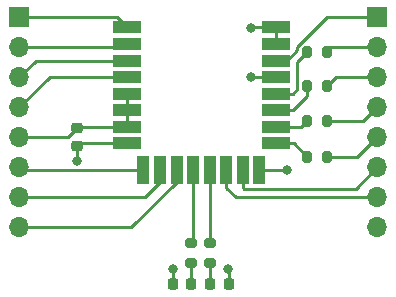
<source format=gbr>
%TF.GenerationSoftware,KiCad,Pcbnew,(6.0.7-1)-1*%
%TF.CreationDate,2023-02-09T22:12:39-08:00*%
%TF.ProjectId,MiniProject,4d696e69-5072-46f6-9a65-63742e6b6963,rev?*%
%TF.SameCoordinates,Original*%
%TF.FileFunction,Copper,L1,Top*%
%TF.FilePolarity,Positive*%
%FSLAX46Y46*%
G04 Gerber Fmt 4.6, Leading zero omitted, Abs format (unit mm)*
G04 Created by KiCad (PCBNEW (6.0.7-1)-1) date 2023-02-09 22:12:39*
%MOMM*%
%LPD*%
G01*
G04 APERTURE LIST*
G04 Aperture macros list*
%AMRoundRect*
0 Rectangle with rounded corners*
0 $1 Rounding radius*
0 $2 $3 $4 $5 $6 $7 $8 $9 X,Y pos of 4 corners*
0 Add a 4 corners polygon primitive as box body*
4,1,4,$2,$3,$4,$5,$6,$7,$8,$9,$2,$3,0*
0 Add four circle primitives for the rounded corners*
1,1,$1+$1,$2,$3*
1,1,$1+$1,$4,$5*
1,1,$1+$1,$6,$7*
1,1,$1+$1,$8,$9*
0 Add four rect primitives between the rounded corners*
20,1,$1+$1,$2,$3,$4,$5,0*
20,1,$1+$1,$4,$5,$6,$7,0*
20,1,$1+$1,$6,$7,$8,$9,0*
20,1,$1+$1,$8,$9,$2,$3,0*%
G04 Aperture macros list end*
%TA.AperFunction,SMDPad,CuDef*%
%ADD10RoundRect,0.218750X-0.218750X-0.256250X0.218750X-0.256250X0.218750X0.256250X-0.218750X0.256250X0*%
%TD*%
%TA.AperFunction,SMDPad,CuDef*%
%ADD11RoundRect,0.200000X-0.200000X-0.275000X0.200000X-0.275000X0.200000X0.275000X-0.200000X0.275000X0*%
%TD*%
%TA.AperFunction,SMDPad,CuDef*%
%ADD12R,2.450000X1.000000*%
%TD*%
%TA.AperFunction,SMDPad,CuDef*%
%ADD13R,1.000000X2.450000*%
%TD*%
%TA.AperFunction,SMDPad,CuDef*%
%ADD14RoundRect,0.225000X-0.250000X0.225000X-0.250000X-0.225000X0.250000X-0.225000X0.250000X0.225000X0*%
%TD*%
%TA.AperFunction,SMDPad,CuDef*%
%ADD15RoundRect,0.218750X0.218750X0.256250X-0.218750X0.256250X-0.218750X-0.256250X0.218750X-0.256250X0*%
%TD*%
%TA.AperFunction,ComponentPad*%
%ADD16R,1.700000X1.700000*%
%TD*%
%TA.AperFunction,ComponentPad*%
%ADD17O,1.700000X1.700000*%
%TD*%
%TA.AperFunction,SMDPad,CuDef*%
%ADD18RoundRect,0.200000X0.275000X-0.200000X0.275000X0.200000X-0.275000X0.200000X-0.275000X-0.200000X0*%
%TD*%
%TA.AperFunction,ViaPad*%
%ADD19C,0.800000*%
%TD*%
%TA.AperFunction,Conductor*%
%ADD20C,0.250000*%
%TD*%
G04 APERTURE END LIST*
D10*
%TO.P,BLUE1,1,K*%
%TO.N,GND*%
X157962500Y-121666000D03*
%TO.P,BLUE1,2,A*%
%TO.N,Net-(R1-Pad1)*%
X159537500Y-121666000D03*
%TD*%
D11*
%TO.P,R4,1*%
%TO.N,Net-(R4-Pad1)*%
X169355000Y-101981000D03*
%TO.P,R4,2*%
%TO.N,/SPICLK_Arduino*%
X171005000Y-101981000D03*
%TD*%
D12*
%TO.P,U1,1,EXTON*%
%TO.N,/EXTON*%
X154100000Y-99920000D03*
%TO.P,U1,2,WAKEUP*%
%TO.N,/WAKEUP*%
X154100000Y-101320000D03*
%TO.P,U1,3,~{RST}*%
%TO.N,/RST*%
X154100000Y-102720000D03*
%TO.P,U1,4,GPIO7/SYNC*%
%TO.N,/SYNC*%
X154100000Y-104120000D03*
%TO.P,U1,5,VDD1*%
%TO.N,+3.3V*%
X154100000Y-105520000D03*
%TO.P,U1,6,VDD3V3*%
X154100000Y-106920000D03*
%TO.P,U1,7,VDD3V3*%
X154100000Y-108320000D03*
%TO.P,U1,8,VSS*%
%TO.N,GND*%
X154100000Y-109720000D03*
D13*
%TO.P,U1,9,GPIO6/EXTRXE/SPIPHA*%
%TO.N,/SPIPHA*%
X155495000Y-112015000D03*
%TO.P,U1,10,GPIO5/EXTTXE/SPIPOL*%
%TO.N,/SPIPOL*%
X156895000Y-112015000D03*
%TO.P,U1,11,GPIO4*%
%TO.N,/GPIO4*%
X158295000Y-112015000D03*
%TO.P,U1,12,GPIO3/TXLED*%
%TO.N,Net-(R1-Pad2)*%
X159695000Y-112015000D03*
%TO.P,U1,13,GPIO2/RXLED*%
%TO.N,Net-(R2-Pad2)*%
X161095000Y-112015000D03*
%TO.P,U1,14,GPIO1/SFDLED*%
%TO.N,/GPIO1*%
X162495000Y-112015000D03*
%TO.P,U1,15,GPIO0/RXOKLED*%
%TO.N,/GPIO0*%
X163895000Y-112015000D03*
%TO.P,U1,16,VSS*%
%TO.N,GND*%
X165295000Y-112015000D03*
D12*
%TO.P,U1,17,~{SPICS}*%
%TO.N,Net-(R3-Pad1)*%
X166690000Y-109720000D03*
%TO.P,U1,18,SPIMOSI*%
%TO.N,Net-(R6-Pad1)*%
X166690000Y-108320000D03*
%TO.P,U1,19,SPIMISO*%
%TO.N,Net-(R5-Pad1)*%
X166690000Y-106920000D03*
%TO.P,U1,20,SPICLK*%
%TO.N,Net-(R4-Pad1)*%
X166690000Y-105520000D03*
%TO.P,U1,21,VSS*%
%TO.N,GND*%
X166690000Y-104120000D03*
%TO.P,U1,22,GPIO8/IRQ*%
%TO.N,/IRQ*%
X166690000Y-102720000D03*
%TO.P,U1,23,VSS*%
%TO.N,GND*%
X166690000Y-101320000D03*
%TO.P,U1,24,VSS*%
X166690000Y-99920000D03*
%TD*%
D14*
%TO.P,C1,1*%
%TO.N,+3.3V*%
X149860000Y-108445000D03*
%TO.P,C1,2*%
%TO.N,GND*%
X149860000Y-109995000D03*
%TD*%
D15*
%TO.P,ORNG1,1,K*%
%TO.N,GND*%
X162712500Y-121666000D03*
%TO.P,ORNG1,2,A*%
%TO.N,Net-(ORNG1-Pad2)*%
X161137500Y-121666000D03*
%TD*%
D16*
%TO.P,J1,1,Pin_1*%
%TO.N,/IRQ*%
X175260000Y-99060000D03*
D17*
%TO.P,J1,2,Pin_2*%
%TO.N,/SPICLK_Arduino*%
X175260000Y-101600000D03*
%TO.P,J1,3,Pin_3*%
%TO.N,/SPIMISO_Arduino*%
X175260000Y-104140000D03*
%TO.P,J1,4,Pin_4*%
%TO.N,/SPIMOSI_Arduino*%
X175260000Y-106680000D03*
%TO.P,J1,5,Pin_5*%
%TO.N,/SPICSn_Arduino*%
X175260000Y-109220000D03*
%TO.P,J1,6,Pin_6*%
%TO.N,/GPIO0*%
X175260000Y-111760000D03*
%TO.P,J1,7,Pin_7*%
%TO.N,/GPIO1*%
X175260000Y-114300000D03*
%TO.P,J1,8,Pin_8*%
%TO.N,GND*%
X175260000Y-116840000D03*
%TD*%
D18*
%TO.P,R1,1*%
%TO.N,Net-(R1-Pad1)*%
X159512000Y-119825000D03*
%TO.P,R1,2*%
%TO.N,Net-(R1-Pad2)*%
X159512000Y-118175000D03*
%TD*%
D16*
%TO.P,J0,1,Pin_1*%
%TO.N,/EXTON*%
X145000000Y-99060000D03*
D17*
%TO.P,J0,2,Pin_2*%
%TO.N,/WAKEUP*%
X145000000Y-101600000D03*
%TO.P,J0,3,Pin_3*%
%TO.N,/RST*%
X145000000Y-104140000D03*
%TO.P,J0,4,Pin_4*%
%TO.N,/SYNC*%
X145000000Y-106680000D03*
%TO.P,J0,5,Pin_5*%
%TO.N,+3.3V*%
X145000000Y-109220000D03*
%TO.P,J0,6,Pin_6*%
%TO.N,/SPIPHA*%
X145000000Y-111760000D03*
%TO.P,J0,7,Pin_7*%
%TO.N,/SPIPOL*%
X145000000Y-114300000D03*
%TO.P,J0,8,Pin_8*%
%TO.N,/GPIO4*%
X145000000Y-116840000D03*
%TD*%
D18*
%TO.P,R2,1*%
%TO.N,Net-(ORNG1-Pad2)*%
X161163000Y-119825000D03*
%TO.P,R2,2*%
%TO.N,Net-(R2-Pad2)*%
X161163000Y-118175000D03*
%TD*%
D11*
%TO.P,R5,1*%
%TO.N,Net-(R5-Pad1)*%
X169355000Y-104902000D03*
%TO.P,R5,2*%
%TO.N,/SPIMISO_Arduino*%
X171005000Y-104902000D03*
%TD*%
%TO.P,R6,1*%
%TO.N,Net-(R6-Pad1)*%
X169355000Y-107823000D03*
%TO.P,R6,2*%
%TO.N,/SPIMOSI_Arduino*%
X171005000Y-107823000D03*
%TD*%
%TO.P,R3,1*%
%TO.N,Net-(R3-Pad1)*%
X169355000Y-110871000D03*
%TO.P,R3,2*%
%TO.N,/SPICSn_Arduino*%
X171005000Y-110871000D03*
%TD*%
D19*
%TO.N,GND*%
X164592000Y-104140000D03*
X157988000Y-120396000D03*
X167640000Y-112014000D03*
X164592000Y-99949000D03*
X162687000Y-120396000D03*
X149860000Y-111252000D03*
%TD*%
D20*
%TO.N,+3.3V*%
X149085000Y-109220000D02*
X149860000Y-108445000D01*
X154100000Y-106920000D02*
X154100000Y-105520000D01*
X154100000Y-108320000D02*
X154100000Y-106920000D01*
X149860000Y-108445000D02*
X149985000Y-108320000D01*
X145000000Y-109220000D02*
X149085000Y-109220000D01*
X149985000Y-108320000D02*
X154100000Y-108320000D01*
%TO.N,GND*%
X167639000Y-112015000D02*
X167640000Y-112014000D01*
X166690000Y-99920000D02*
X164621000Y-99920000D01*
X166690000Y-104120000D02*
X164612000Y-104120000D01*
X154100000Y-109720000D02*
X150135000Y-109720000D01*
X165295000Y-112015000D02*
X167639000Y-112015000D01*
X150135000Y-109720000D02*
X149860000Y-109995000D01*
X157962500Y-121666000D02*
X157962500Y-120421500D01*
X149860000Y-109995000D02*
X149860000Y-111252000D01*
X164621000Y-99920000D02*
X164592000Y-99949000D01*
X164612000Y-104120000D02*
X164592000Y-104140000D01*
X162712500Y-121666000D02*
X162712500Y-120421500D01*
X157962500Y-120421500D02*
X157988000Y-120396000D01*
X166690000Y-101320000D02*
X166690000Y-99920000D01*
X162712500Y-120421500D02*
X162687000Y-120396000D01*
%TO.N,/EXTON*%
X153240000Y-99060000D02*
X154100000Y-99920000D01*
X145000000Y-99060000D02*
X153240000Y-99060000D01*
%TO.N,/WAKEUP*%
X153820000Y-101600000D02*
X154100000Y-101320000D01*
X145000000Y-101600000D02*
X153820000Y-101600000D01*
%TO.N,/RST*%
X146420000Y-102720000D02*
X154100000Y-102720000D01*
X145000000Y-104140000D02*
X146420000Y-102720000D01*
%TO.N,/SYNC*%
X145000000Y-106680000D02*
X147560000Y-104120000D01*
X147560000Y-104120000D02*
X154100000Y-104120000D01*
%TO.N,/SPIPHA*%
X145255000Y-112015000D02*
X145000000Y-111760000D01*
X155495000Y-112015000D02*
X145255000Y-112015000D01*
%TO.N,/SPIPOL*%
X156895000Y-112015000D02*
X156895000Y-112990000D01*
X155585000Y-114300000D02*
X145000000Y-114300000D01*
X156895000Y-112990000D02*
X155585000Y-114300000D01*
%TO.N,/IRQ*%
X167665000Y-102720000D02*
X168529000Y-101856000D01*
X168529000Y-101589538D02*
X171058538Y-99060000D01*
X166690000Y-102720000D02*
X167665000Y-102720000D01*
X168529000Y-101856000D02*
X168529000Y-101589538D01*
X171058538Y-99060000D02*
X175260000Y-99060000D01*
%TO.N,/SPICLK_Arduino*%
X171005000Y-101981000D02*
X171386000Y-101600000D01*
X171386000Y-101600000D02*
X175260000Y-101600000D01*
%TO.N,/SPIMISO_Arduino*%
X171005000Y-104902000D02*
X171767000Y-104140000D01*
X171767000Y-104140000D02*
X175260000Y-104140000D01*
%TO.N,/SPIMOSI_Arduino*%
X174117000Y-107823000D02*
X175260000Y-106680000D01*
X171005000Y-107823000D02*
X174117000Y-107823000D01*
%TO.N,/SPICSn_Arduino*%
X171005000Y-110871000D02*
X173609000Y-110871000D01*
X173609000Y-110871000D02*
X175260000Y-109220000D01*
%TO.N,/GPIO0*%
X163895000Y-112015000D02*
X163895000Y-113490000D01*
X163970000Y-113565000D02*
X173455000Y-113565000D01*
X173455000Y-113565000D02*
X175260000Y-111760000D01*
X163895000Y-113490000D02*
X163970000Y-113565000D01*
%TO.N,/GPIO1*%
X163305000Y-114300000D02*
X175260000Y-114300000D01*
X162495000Y-113490000D02*
X163305000Y-114300000D01*
X162495000Y-112015000D02*
X162495000Y-113490000D01*
%TO.N,/GPIO4*%
X154445000Y-116840000D02*
X145000000Y-116840000D01*
X158295000Y-112015000D02*
X158295000Y-112990000D01*
X158295000Y-112990000D02*
X154445000Y-116840000D01*
%TO.N,Net-(ORNG1-Pad2)*%
X161163000Y-121640500D02*
X161137500Y-121666000D01*
X161163000Y-119825000D02*
X161163000Y-121640500D01*
%TO.N,Net-(R2-Pad2)*%
X161095000Y-112015000D02*
X161095000Y-118107000D01*
X161095000Y-118107000D02*
X161163000Y-118175000D01*
%TO.N,Net-(R3-Pad1)*%
X166690000Y-109720000D02*
X168204000Y-109720000D01*
X168204000Y-109720000D02*
X169355000Y-110871000D01*
%TO.N,Net-(R4-Pad1)*%
X168529000Y-102807000D02*
X169355000Y-101981000D01*
X166690000Y-105520000D02*
X168165000Y-105520000D01*
X168165000Y-105520000D02*
X168529000Y-105156000D01*
X168529000Y-105156000D02*
X168529000Y-102807000D01*
%TO.N,Net-(R6-Pad1)*%
X166690000Y-108320000D02*
X168858000Y-108320000D01*
X168858000Y-108320000D02*
X169355000Y-107823000D01*
%TO.N,Net-(R5-Pad1)*%
X168165000Y-106920000D02*
X169355000Y-105730000D01*
X166690000Y-106920000D02*
X168165000Y-106920000D01*
X169355000Y-105730000D02*
X169355000Y-104902000D01*
%TO.N,Net-(R1-Pad1)*%
X159512000Y-121640500D02*
X159537500Y-121666000D01*
X159512000Y-119825000D02*
X159512000Y-121640500D01*
%TO.N,Net-(R1-Pad2)*%
X159695000Y-117992000D02*
X159512000Y-118175000D01*
X159695000Y-112015000D02*
X159695000Y-117992000D01*
%TD*%
M02*

</source>
